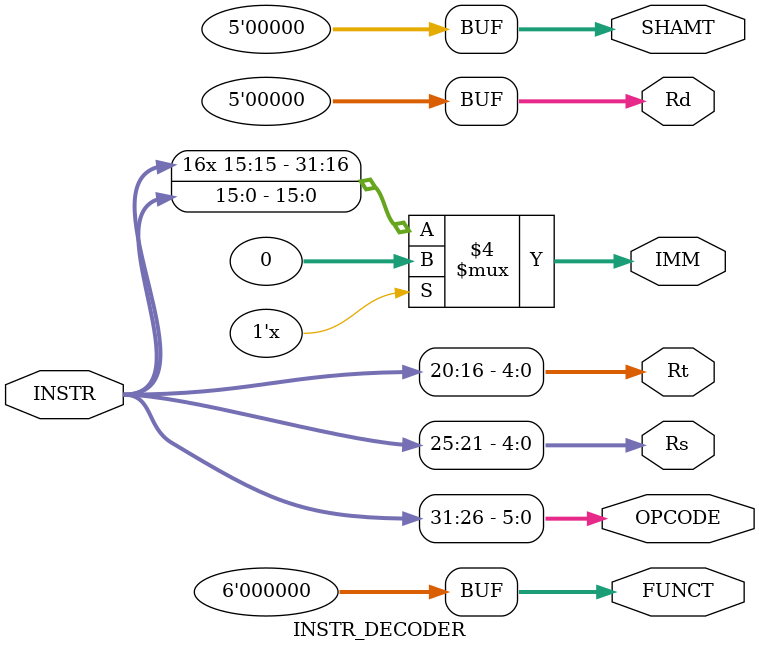
<source format=v>
`timescale 1ns / 1ps


module INSTR_DECODER(
        input [31:0] INSTR,
        output reg [5:0] OPCODE,
        output reg [5:0] FUNCT,
        output reg [4:0] Rs,
        output reg [4:0] Rt,
        output reg [4:0] Rd,
        output reg [4:0] SHAMT,
        output reg [31:0] IMM
    );
    
    always @(*) begin
        OPCODE <= INSTR[31:26];
        case(OPCODE)
            //R-type instructions
            6'b000000: begin
                Rs <= INSTR[25:21];
                Rt <= INSTR[20:16];
                Rd <= INSTR[15:11];
                SHAMT <= INSTR[10:6];
                FUNCT <= INSTR[5:0];
            end
            
            //HALT
            6'b011001: begin
                Rs <= 0;
                Rt <= 0;
                Rd <= 0;
                SHAMT <= 0;
                FUNCT <= 0;
                IMM <= 0;
            end
            
            //NOP
            6'b011010: begin
                Rs <= 0;
                Rt <= 0;
                Rd <= 0;
                SHAMT <= 0;
                FUNCT <= 0;
                IMM <= 0;
            end
            
            //I-type
            default: begin
                Rs <= INSTR[25:21];
                Rt <= INSTR[20:16];
                Rd <= 0;
                SHAMT <= 0;
                FUNCT <= 0;
                if(OPCODE == 6'b011000) IMM <= 0;
                else IMM <= {{16{INSTR[15]}}, INSTR[15:0]};
            end
        endcase
    end
endmodule

</source>
